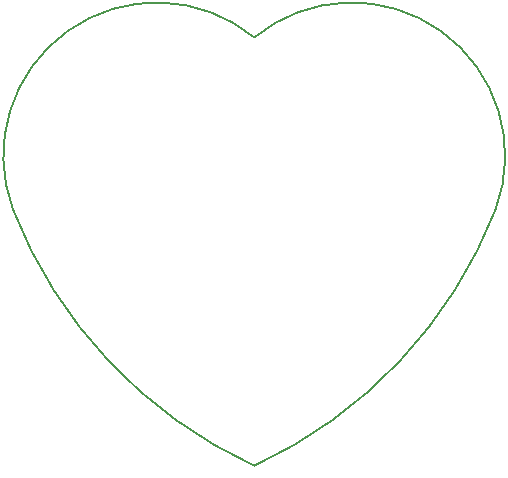
<source format=gbr>
G04 #@! TF.GenerationSoftware,KiCad,Pcbnew,(5.1.5)-3*
G04 #@! TF.CreationDate,2020-02-13T20:27:37-08:00*
G04 #@! TF.ProjectId,VD,56442e6b-6963-4616-945f-706362585858,rev?*
G04 #@! TF.SameCoordinates,Original*
G04 #@! TF.FileFunction,Profile,NP*
%FSLAX46Y46*%
G04 Gerber Fmt 4.6, Leading zero omitted, Abs format (unit mm)*
G04 Created by KiCad (PCBNEW (5.1.5)-3) date 2020-02-13 20:27:37*
%MOMM*%
%LPD*%
G04 APERTURE LIST*
%ADD10C,0.150000*%
G04 APERTURE END LIST*
D10*
X160655693Y-102429514D02*
G75*
G02X140227255Y-80742069I16636307J36135514D01*
G01*
X160655451Y-102428987D02*
G75*
G03X181082745Y-80742069I-16637451J36134987D01*
G01*
X181082745Y-80742069D02*
G75*
G03X160655000Y-66167000I-12172745J4542069D01*
G01*
X140227255Y-80742069D02*
G75*
G02X160655000Y-66167000I12172745J4542069D01*
G01*
M02*

</source>
